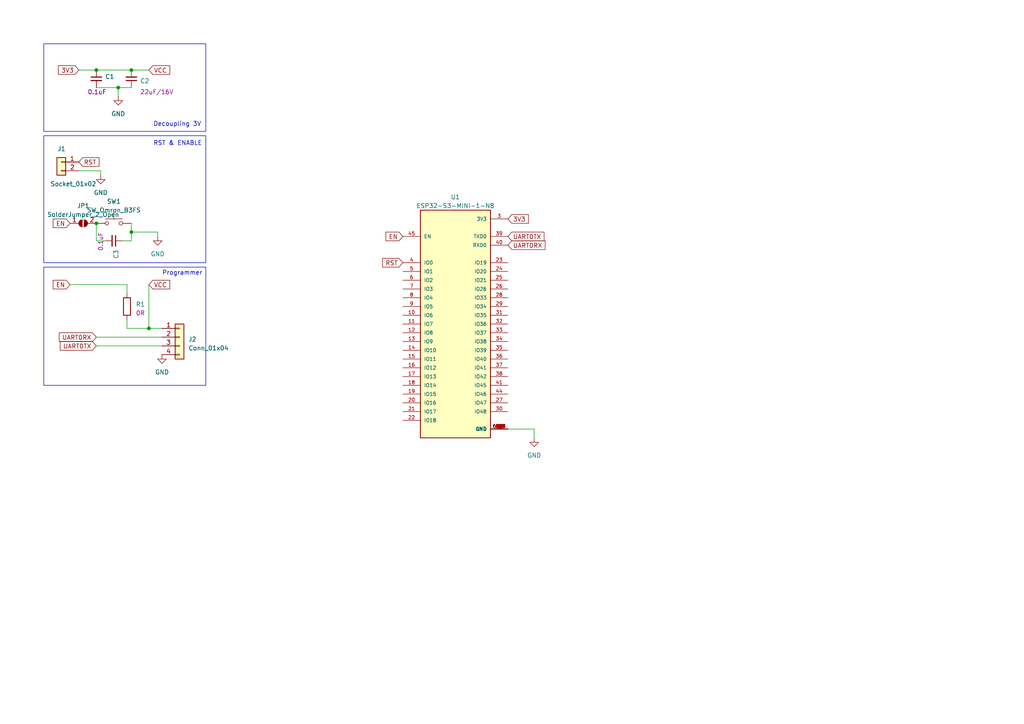
<source format=kicad_sch>
(kicad_sch (version 20230121) (generator eeschema)
  (paper "A4")
  (lib_symbols
    (symbol "ESP32-S3-MINI-1-N8:ESP32-S3-MINI-1-N8" (pin_names (offset 1.016))
      (property "Reference" "U" (at -10.16 34.29 0))
      (property "Value" "ESP32-S3-MINI-1-N8" (at -10.16 -35.56 0))
      (symbol "ESP32-S3-MINI-1-N8_0_0"
        (rectangle (start -10.16 -33.02) (end 10.16 33.02) (stroke (width 0.254)) (fill (type background)))
        (pin power_in line (at 15.24 -30.48 180) (length 5.08) (name "GND") (number "1"))
        (pin bidirectional line (at -15.24 2.54 0) (length 5.08) (name "IO6") (number "10"))
        (pin bidirectional line (at -15.24 0 0) (length 5.08) (name "IO7") (number "11"))
        (pin bidirectional line (at -15.24 -2.54 0) (length 5.08) (name "IO8") (number "12"))
        (pin bidirectional line (at -15.24 -5.08 0) (length 5.08) (name "IO9") (number "13"))
        (pin bidirectional line (at -15.24 -7.62 0) (length 5.08) (name "IO10") (number "14"))
        (pin bidirectional line (at -15.24 -10.16 0) (length 5.08) (name "IO11") (number "15"))
        (pin bidirectional line (at -15.24 -12.7 0) (length 5.08) (name "IO12") (number "16"))
        (pin bidirectional line (at -15.24 -15.24 0) (length 5.08) (name "IO13") (number "17"))
        (pin bidirectional line (at -15.24 -17.78 0) (length 5.08) (name "IO14") (number "18"))
        (pin bidirectional line (at -15.24 -20.32 0) (length 5.08) (name "IO15") (number "19"))
        (pin power_in line (at 15.24 -30.48 180) (length 5.08) (name "GND") (number "2"))
        (pin bidirectional line (at -15.24 -22.86 0) (length 5.08) (name "IO16") (number "20"))
        (pin bidirectional line (at -15.24 -25.4 0) (length 5.08) (name "IO17") (number "21"))
        (pin bidirectional line (at -15.24 -27.94 0) (length 5.08) (name "IO18") (number "22"))
        (pin bidirectional line (at 15.24 17.78 180) (length 5.08) (name "IO19") (number "23"))
        (pin bidirectional line (at 15.24 15.24 180) (length 5.08) (name "IO20") (number "24"))
        (pin bidirectional line (at 15.24 12.7 180) (length 5.08) (name "IO21") (number "25"))
        (pin bidirectional line (at 15.24 10.16 180) (length 5.08) (name "IO26") (number "26"))
        (pin bidirectional line (at 15.24 -22.86 180) (length 5.08) (name "IO47") (number "27"))
        (pin bidirectional line (at 15.24 7.62 180) (length 5.08) (name "IO33") (number "28"))
        (pin bidirectional line (at 15.24 5.08 180) (length 5.08) (name "IO34") (number "29"))
        (pin power_in line (at 15.24 30.48 180) (length 5.08) (name "3V3") (number "3"))
        (pin bidirectional line (at 15.24 -25.4 180) (length 5.08) (name "IO48") (number "30"))
        (pin bidirectional line (at 15.24 2.54 180) (length 5.08) (name "IO35") (number "31"))
        (pin bidirectional line (at 15.24 0 180) (length 5.08) (name "IO36") (number "32"))
        (pin bidirectional line (at 15.24 -2.54 180) (length 5.08) (name "IO37") (number "33"))
        (pin bidirectional line (at 15.24 -5.08 180) (length 5.08) (name "IO38") (number "34"))
        (pin bidirectional line (at 15.24 -7.62 180) (length 5.08) (name "IO39") (number "35"))
        (pin bidirectional line (at 15.24 -10.16 180) (length 5.08) (name "IO40") (number "36"))
        (pin bidirectional line (at 15.24 -12.7 180) (length 5.08) (name "IO41") (number "37"))
        (pin bidirectional line (at 15.24 -15.24 180) (length 5.08) (name "IO42") (number "38"))
        (pin bidirectional line (at 15.24 25.4 180) (length 5.08) (name "TXD0") (number "39"))
        (pin bidirectional line (at -15.24 17.78 0) (length 5.08) (name "IO0") (number "4"))
        (pin bidirectional line (at 15.24 22.86 180) (length 5.08) (name "RXD0") (number "40"))
        (pin bidirectional line (at 15.24 -17.78 180) (length 5.08) (name "IO45") (number "41"))
        (pin power_in line (at 15.24 -30.48 180) (length 5.08) (name "GND") (number "42"))
        (pin power_in line (at 15.24 -30.48 180) (length 5.08) (name "GND") (number "43"))
        (pin bidirectional line (at 15.24 -20.32 180) (length 5.08) (name "IO46") (number "44"))
        (pin input line (at -15.24 25.4 0) (length 5.08) (name "EN") (number "45"))
        (pin power_in line (at 15.24 -30.48 180) (length 5.08) (name "GND") (number "46"))
        (pin power_in line (at 15.24 -30.48 180) (length 5.08) (name "GND") (number "47"))
        (pin power_in line (at 15.24 -30.48 180) (length 5.08) (name "GND") (number "48"))
        (pin power_in line (at 15.24 -30.48 180) (length 5.08) (name "GND") (number "49"))
        (pin bidirectional line (at -15.24 15.24 0) (length 5.08) (name "IO1") (number "5"))
        (pin power_in line (at 15.24 -30.48 180) (length 5.08) (name "GND") (number "50"))
        (pin power_in line (at 15.24 -30.48 180) (length 5.08) (name "GND") (number "51"))
        (pin power_in line (at 15.24 -30.48 180) (length 5.08) (name "GND") (number "52"))
        (pin power_in line (at 15.24 -30.48 180) (length 5.08) (name "GND") (number "53"))
        (pin power_in line (at 15.24 -30.48 180) (length 5.08) (name "GND") (number "54"))
        (pin power_in line (at 15.24 -30.48 180) (length 5.08) (name "GND") (number "55"))
        (pin power_in line (at 15.24 -30.48 180) (length 5.08) (name "GND") (number "56"))
        (pin power_in line (at 15.24 -30.48 180) (length 5.08) (name "GND") (number "57"))
        (pin power_in line (at 15.24 -30.48 180) (length 5.08) (name "GND") (number "58"))
        (pin power_in line (at 15.24 -30.48 180) (length 5.08) (name "GND") (number "59"))
        (pin bidirectional line (at -15.24 12.7 0) (length 5.08) (name "IO2") (number "6"))
        (pin power_in line (at 15.24 -30.48 180) (length 5.08) (name "GND") (number "60"))
        (pin power_in line (at 15.24 -30.48 180) (length 5.08) (name "GND") (number "61"))
        (pin power_in line (at 15.24 -30.48 180) (length 5.08) (name "GND") (number "61_1"))
        (pin power_in line (at 15.24 -30.48 180) (length 5.08) (name "GND") (number "61_2"))
        (pin power_in line (at 15.24 -30.48 180) (length 5.08) (name "GND") (number "61_3"))
        (pin power_in line (at 15.24 -30.48 180) (length 5.08) (name "GND") (number "61_4"))
        (pin power_in line (at 15.24 -30.48 180) (length 5.08) (name "GND") (number "61_5"))
        (pin power_in line (at 15.24 -30.48 180) (length 5.08) (name "GND") (number "61_6"))
        (pin power_in line (at 15.24 -30.48 180) (length 5.08) (name "GND") (number "61_7"))
        (pin power_in line (at 15.24 -30.48 180) (length 5.08) (name "GND") (number "61_8"))
        (pin power_in line (at 15.24 -30.48 180) (length 5.08) (name "GND") (number "62"))
        (pin power_in line (at 15.24 -30.48 180) (length 5.08) (name "GND") (number "63"))
        (pin power_in line (at 15.24 -30.48 180) (length 5.08) (name "GND") (number "64"))
        (pin power_in line (at 15.24 -30.48 180) (length 5.08) (name "GND") (number "65"))
        (pin bidirectional line (at -15.24 10.16 0) (length 5.08) (name "IO3") (number "7"))
        (pin bidirectional line (at -15.24 7.62 0) (length 5.08) (name "IO4") (number "8"))
        (pin bidirectional line (at -15.24 5.08 0) (length 5.08) (name "IO5") (number "9"))
      )
    )
    (symbol "Jumper:SolderJumper_2_Open" (pin_names (offset 0) hide)
      (property "Reference" "JP" (at 0 2.032 0))
      (property "Value" "SolderJumper_2_Open" (at 0 -2.54 0))
      (symbol "SolderJumper_2_Open_0_1"
        (arc (start -0.254 1.016) (mid -1.2656 0) (end -0.254 -1.016))
        (arc (start -0.254 1.016) (mid -1.2656 0) (end -0.254 -1.016) (fill (type outline)))
        (polyline (pts (xy -0.254 1.016) (xy -0.254 -1.016)))
        (polyline (pts (xy 0.254 1.016) (xy 0.254 -1.016)))
        (arc (start 0.254 -1.016) (mid 1.2656 0) (end 0.254 1.016))
        (arc (start 0.254 -1.016) (mid 1.2656 0) (end 0.254 1.016) (fill (type outline)))
      )
      (symbol "SolderJumper_2_Open_1_1"
        (pin passive line (at -3.81 0 0) (length 2.54) (name "A") (number "1"))
        (pin passive line (at 3.81 0 180) (length 2.54) (name "B") (number "2"))
      )
    )
    (symbol "PCM_4ms_Capacitor:0.1uF_0603_16V" (pin_numbers hide) (pin_names (offset 0.254) hide)
      (property "Reference" "C" (at 1.905 1.27 0))
      (property "Display" "0.1uF" (at 1.905 -1.27 0))
      (symbol "0.1uF_0603_16V_0_1"
        (polyline (pts (xy -1.524 -0.508) (xy 1.524 -0.508)) (stroke (width 0.3302)))
        (polyline (pts (xy -1.524 0.508) (xy 1.524 0.508)) (stroke (width 0.3048)))
      )
      (symbol "0.1uF_0603_16V_1_1"
        (pin passive line (at 0 2.54 270) (length 2.032) (name "~") (number "1"))
        (pin passive line (at 0 -2.54 90) (length 2.032) (name "~") (number "2"))
      )
    )
    (symbol "PCM_4ms_Capacitor:22uF_0603_16V" (pin_numbers hide) (pin_names (offset 0.254) hide)
      (property "Reference" "C" (at 1.905 1.27 0))
      (property "Display" "22uF/16V" (at 1.905 -1.27 0))
      (symbol "22uF_0603_16V_0_1"
        (polyline (pts (xy -1.524 -0.508) (xy 1.524 -0.508)) (stroke (width 0.3302)))
        (polyline (pts (xy -1.524 0.508) (xy 1.524 0.508)) (stroke (width 0.3048)))
      )
      (symbol "22uF_0603_16V_1_1"
        (pin passive line (at 0 2.54 270) (length 2.032) (name "~") (number "1"))
        (pin passive line (at 0 -2.54 90) (length 2.032) (name "~") (number "2"))
      )
    )
    (symbol "PCM_4ms_Connector:Conn_01x04" (pin_names (offset 1.016) hide)
      (property "Reference" "J" (at 0 5.08 0))
      (property "Value" "Conn_01x04" (at 0 -7.62 0))
      (symbol "Conn_01x04_1_1"
        (rectangle (start -1.27 -4.953) (end 0 -5.207) (stroke (width 0.1524)))
        (rectangle (start -1.27 -2.413) (end 0 -2.667) (stroke (width 0.1524)))
        (rectangle (start -1.27 0.127) (end 0 -0.127) (stroke (width 0.1524)))
        (rectangle (start -1.27 2.667) (end 0 2.413) (stroke (width 0.1524)))
        (rectangle (start -1.27 3.81) (end 1.27 -6.35) (stroke (width 0.254)) (fill (type background)))
        (pin passive line (at -5.08 2.54 0) (length 3.81) (name "Pin_1") (number "1"))
        (pin passive line (at -5.08 0 0) (length 3.81) (name "Pin_2") (number "2"))
        (pin passive line (at -5.08 -2.54 0) (length 3.81) (name "Pin_3") (number "3"))
        (pin passive line (at -5.08 -5.08 0) (length 3.81) (name "Pin_4") (number "4"))
      )
    )
    (symbol "PCM_4ms_Connector:Socket_01x02" (pin_names (offset 1.016) hide)
      (property "Reference" "J" (at 0 2.54 0))
      (property "Value" "Socket_01x02" (at 0 -5.08 0))
      (symbol "Socket_01x02_1_1"
        (rectangle (start -1.27 -2.413) (end 0 -2.667) (stroke (width 0.1524)))
        (rectangle (start -1.27 0.127) (end 0 -0.127) (stroke (width 0.1524)))
        (rectangle (start -1.27 1.27) (end 1.27 -3.81) (stroke (width 0.254)) (fill (type background)))
        (pin passive line (at -5.08 0 0) (length 3.81) (name "Pin_1") (number "1"))
        (pin passive line (at -5.08 -2.54 0) (length 3.81) (name "Pin_2") (number "2"))
      )
    )
    (symbol "PCM_4ms_Power-symbol:GND" (power) (pin_names (offset 0))
      (property "Value" "GND" (at 0 -3.81 0))
      (symbol "GND_0_1"
        (polyline (pts (xy 0 0) (xy 0 -1.27) (xy 1.27 -1.27) (xy 0 -2.54) (xy -1.27 -1.27) (xy 0 -1.27)))
      )
      (symbol "GND_1_1"
        (pin power_in line (at 0 0 270) (length 0) hide (name "GND") (number "1"))
      )
    )
    (symbol "PCM_4ms_Resistor:0R_0603" (pin_numbers hide) (pin_names (offset 0))
      (property "Reference" "R" (at 2.032 0 90))
      (property "Display" "0R" (at 3.81 0 90))
      (symbol "0R_0603_0_1"
        (rectangle (start -1.016 -2.54) (end 1.016 2.54) (stroke (width 0.254)))
      )
      (symbol "0R_0603_1_1"
        (pin passive line (at 0 3.81 270) (length 1.27) (name "~") (number "1"))
        (pin passive line (at 0 -3.81 90) (length 1.27) (name "~") (number "2"))
      )
    )
    (symbol "Switch:SW_Omron_B3FS" (pin_numbers hide) (pin_names (offset 1.016) hide)
      (property "Reference" "SW" (at 1.27 2.54 0))
      (property "Value" "SW_Omron_B3FS" (at 0 -1.524 0))
      (symbol "SW_Omron_B3FS_0_1"
        (circle (center -2.032 0) (radius 0.508))
        (polyline (pts (xy 0 1.27) (xy 0 3.048)))
        (polyline (pts (xy 2.54 1.27) (xy -2.54 1.27)))
        (circle (center 2.032 0) (radius 0.508))
        (pin passive line (at -5.08 0 0) (length 2.54) (name "1") (number "1"))
        (pin passive line (at 5.08 0 180) (length 2.54) (name "2") (number "2"))
      )
    )
  )
  (junction (at 43.18 95.25))
  (junction (at 38.1 67.31))
  (junction (at 27.94 20.32))
  (junction (at 34.29 25.4))
  (junction (at 27.94 64.77))
  (junction (at 38.1 20.32))
  (wire (pts (xy 20.32 82.55) (xy 36.83 82.55)))
  (wire (pts (xy 45.72 67.31) (xy 38.1 67.31)))
  (wire (pts (xy 34.29 25.4) (xy 38.1 25.4)))
  (wire (pts (xy 27.94 64.77) (xy 27.94 69.85)))
  (wire (pts (xy 43.18 82.55) (xy 43.18 95.25)))
  (wire (pts (xy 154.94 124.46) (xy 154.94 127)))
  (wire (pts (xy 147.32 124.46) (xy 154.94 124.46)))
  (wire (pts (xy 29.21 49.53) (xy 29.21 50.8)))
  (wire (pts (xy 45.72 68.58) (xy 45.72 67.31)))
  (wire (pts (xy 22.86 20.32) (xy 27.94 20.32)))
  (wire (pts (xy 43.18 20.32) (xy 38.1 20.32)))
  (wire (pts (xy 38.1 64.77) (xy 38.1 67.31)))
  (wire (pts (xy 36.83 92.71) (xy 36.83 95.25)))
  (wire (pts (xy 27.94 97.79) (xy 46.99 97.79)))
  (wire (pts (xy 27.94 25.4) (xy 34.29 25.4)))
  (wire (pts (xy 27.94 69.85) (xy 30.48 69.85)))
  (wire (pts (xy 43.18 95.25) (xy 46.99 95.25)))
  (wire (pts (xy 27.94 20.32) (xy 38.1 20.32)))
  (wire (pts (xy 38.1 69.85) (xy 35.56 69.85)))
  (wire (pts (xy 27.94 100.33) (xy 46.99 100.33)))
  (wire (pts (xy 38.1 67.31) (xy 38.1 69.85)))
  (wire (pts (xy 36.83 82.55) (xy 36.83 85.09)))
  (wire (pts (xy 36.83 95.25) (xy 43.18 95.25)))
  (wire (pts (xy 34.29 25.4) (xy 34.29 27.94)))
  (wire (pts (xy 22.86 49.53) (xy 29.21 49.53)))
  (rectangle (start 12.7 39.37) (end 59.69 76.2))
  (rectangle (start 12.7 12.7) (end 59.69 38.1))
  (rectangle (start 12.7 77.47) (end 59.69 111.76))
  (text "Decoupling 3V\n" (at 44.45 36.83 0) (effects (font (size 1.27 1.27)) (justify left bottom)))
  (text "Programmer\n" (at 46.99 80.01 0) (effects (font (size 1.27 1.27)) (justify left bottom)))
  (text "RST & ENABLE\n " (at 44.45 44.45 0) (effects (font (size 1.27 1.27)) (justify left bottom)))
  (global_label "UART0TX" (shape input) (at 147.32 68.58 0) (property "Intersheetrefs" "${INTERSHEET_REFS}" (effects hide)))
  (global_label "UART0RX" (shape input) (at 147.32 71.12 0) (property "Intersheetrefs" "${INTERSHEET_REFS}" (effects hide)))
  (global_label "EN" (shape input) (at 20.32 64.77 180) (property "Intersheetrefs" "${INTERSHEET_REFS}" (effects hide)))
  (global_label "UART0RX" (shape input) (at 27.94 97.79 180) (property "Intersheetrefs" "${INTERSHEET_REFS}" (effects hide)))
  (global_label "3V3" (shape input) (at 147.32 63.5 0) (property "Intersheetrefs" "${INTERSHEET_REFS}" (effects hide)))
  (global_label "RST" (shape input) (at 22.86 46.99 0) (property "Intersheetrefs" "${INTERSHEET_REFS}" (effects hide)))
  (global_label "EN" (shape input) (at 116.84 68.58 180) (property "Intersheetrefs" "${INTERSHEET_REFS}" (effects hide)))
  (global_label "VCC" (shape input) (at 43.18 20.32 0) (property "Intersheetrefs" "${INTERSHEET_REFS}" (effects hide)))
  (global_label "EN" (shape input) (at 20.32 82.55 180) (property "Intersheetrefs" "${INTERSHEET_REFS}" (effects hide)))
  (global_label "VCC" (shape input) (at 43.18 82.55 0) (property "Intersheetrefs" "${INTERSHEET_REFS}" (effects hide)))
  (global_label "RST" (shape input) (at 116.84 76.2 180) (property "Intersheetrefs" "${INTERSHEET_REFS}" (effects hide)))
  (global_label "3V3" (shape input) (at 22.86 20.32 180) (property "Intersheetrefs" "${INTERSHEET_REFS}" (effects hide)))
  (global_label "UART0TX" (shape input) (at 27.94 100.33 180) (property "Intersheetrefs" "${INTERSHEET_REFS}" (effects hide)))
  (symbol (lib_id "PCM_4ms_Connector:Socket_01x02") (at 17.78 46.99 0) (mirror y) (unit 1)
    (property "Reference" "J1" (at 19.05 43.18 0) (effects (justify left)))
    (property "Value" "Socket_01x02" (at 27.94 53.34 0) (effects (justify left)))
    (property "Footprint" "PCM_Jumper_AKL:Jumper_P2.54mm_D0.7mm" (effects hide))
    (property "Specifications" "Socket Header, 1*2, spacing 2.54mm, Vertical" (effects hide))
    (property "Manufacturer" "?" (effects hide))
    (property "Part Number" "?" (effects hide))
  )
  (symbol (lib_id "PCM_4ms_Power-symbol:GND") (at 29.21 50.8 0) (unit 1)
    (property "Reference" "#PWR03" (effects hide))
    (property "Value" "GND" (at 29.21 55.88 0))
  )
  (symbol (lib_id "Switch:SW_Omron_B3FS") (at 33.02 64.77 0) (unit 1)
    (property "Reference" "SW1" (at 33.02 58.42 0))
    (property "Value" "SW_Omron_B3FS" (at 33.02 60.96 0))
    (property "Footprint" "Button_Switch_SMD:SW_Tactile_SPST_NO_Straight_CK_PTS636Sx25SMTRLFS" (effects hide))
    (property "Datasheet" "https://omronfs.omron.com/en_US/ecb/products/pdf/en-b3fs.pdf" (effects hide))
  )
  (symbol (lib_id "PCM_4ms_Power-symbol:GND") (at 34.29 27.94 0) (unit 1)
    (property "Reference" "#PWR02" (effects hide))
    (property "Value" "GND" (at 34.29 33.02 0))
  )
  (symbol (lib_id "PCM_4ms_Resistor:0R_0603") (at 36.83 88.9 0) (unit 1)
    (property "Reference" "R1" (at 39.37 88.265 0) (effects (justify left)))
    (property "Value" "0R_0603" (effects hide))
    (property "Footprint" "PCM_4ms_Resistor:R_0603" (effects hide))
    (property "Specifications" "0R, 1%, 1/10W, 0603" (effects hide))
    (property "Manufacturer" "Yageo" (effects hide))
    (property "Part Number" "RC0603FR-100RL" (effects hide))
    (property "Display" "0R" (at 39.37 90.805 0) (effects (justify left)))
    (property "JLCPCB ID" "C21189" (effects hide))
  )
  (symbol (lib_id "PCM_4ms_Capacitor:0.1uF_0603_16V") (at 27.94 22.86 0) (unit 1)
    (property "Reference" "C1" (at 30.48 22.2313 0) (effects (justify left)))
    (property "Value" "0.1uF_0603_16V" (effects hide))
    (property "Footprint" "PCM_Capacitor_SMD_AKL:C_0603_1608Metric_Pad1.08x0.95mm" (effects hide))
    (property "Specifications" "0.1uF, Min. 16V 10%, X7R or X5R or similar" (effects hide))
    (property "Manufacturer" "AVX Corporation" (effects hide))
    (property "Part Number" "0603YC104KAT2A" (effects hide))
    (property "Display" "0.1uF" (at 25.4 26.67 0) (effects (justify left)))
    (property "JLCPCB ID" "C14663" (effects hide))
  )
  (symbol (lib_id "PCM_4ms_Power-symbol:GND") (at 46.99 102.87 0) (unit 1)
    (property "Reference" "#PWR05" (effects hide))
    (property "Value" "GND" (at 46.99 107.95 0))
  )
  (symbol (lib_id "PCM_4ms_Power-symbol:GND") (at 45.72 68.58 0) (unit 1)
    (property "Reference" "#PWR04" (effects hide))
    (property "Value" "GND" (at 45.72 73.66 0))
  )
  (symbol (lib_id "PCM_4ms_Capacitor:22uF_0603_16V") (at 38.1 22.86 0) (mirror x) (unit 1)
    (property "Reference" "C2" (at 40.64 23.4887 0) (effects (justify left)))
    (property "Value" "22uF_0603_16V" (effects hide))
    (property "Footprint" "PCM_Capacitor_SMD_AKL:C_0603_1608Metric_Pad1.08x0.95mm" (effects hide))
    (property "Specifications" "22uF, 16V,10%,X5R or X7R,0603" (effects hide))
    (property "Manufacturer" "Murata" (effects hide))
    (property "Part Number" "GRM219R61C226ME15K" (effects hide))
    (property "Display" "22uF/16V" (at 40.64 26.67 0) (effects (justify left)))
  )
  (symbol (lib_id "ESP32-S3-MINI-1-N8:ESP32-S3-MINI-1-N8") (at 132.08 93.98 0) (unit 1)
    (property "Reference" "U1" (at 132.08 57.15 0))
    (property "Value" "ESP32-S3-MINI-1-N8" (at 132.08 59.69 0))
    (property "Footprint" "XCVR_ESP32-S3-MINI-1-N8" (effects hide))
    (property "PARTREV" "v0.6" (effects hide))
    (property "STANDARD" "Manufacturer Recommendations" (effects hide))
    (property "MAXIMUM_PACKAGE_HEIGHT" "2.55mm" (effects hide))
    (property "MANUFACTURER" "Espressif" (effects hide))
  )
  (symbol (lib_id "PCM_4ms_Power-symbol:GND") (at 154.94 127 0) (unit 1)
    (property "Reference" "#PWR01" (effects hide))
    (property "Value" "GND" (at 154.94 132.08 0))
  )
  (symbol (lib_id "PCM_4ms_Capacitor:0.1uF_0603_16V") (at 33.02 69.85 270) (unit 1)
    (property "Reference" "C3" (at 33.6487 72.39 0) (effects (justify left)))
    (property "Value" "0.1uF_0603_16V" (effects hide))
    (property "Footprint" "PCM_Capacitor_SMD_AKL:C_0603_1608Metric_Pad1.08x0.95mm" (effects hide))
    (property "Specifications" "0.1uF, Min. 16V 10%, X7R or X5R or similar" (effects hide))
    (property "Manufacturer" "AVX Corporation" (effects hide))
    (property "Part Number" "0603YC104KAT2A" (effects hide))
    (property "Display" "0.1uF" (at 29.21 67.31 0) (effects (justify left)))
    (property "JLCPCB ID" "C14663" (effects hide))
  )
  (symbol (lib_id "Jumper:SolderJumper_2_Open") (at 24.13 64.77 0) (unit 1)
    (property "Reference" "JP1" (at 24.13 59.69 0))
    (property "Value" "SolderJumper_2_Open" (at 24.13 62.23 0))
    (property "Footprint" "Jumper:SolderJumper-2_P1.3mm_Open_TrianglePad1.0x1.5mm" (effects hide))
  )
  (symbol (lib_id "PCM_4ms_Connector:Conn_01x04") (at 52.07 97.79 0) (unit 1)
    (property "Reference" "J2" (at 54.61 98.425 0) (effects (justify left)))
    (property "Value" "Conn_01x04" (at 54.61 100.965 0) (effects (justify left)))
    (property "Footprint" "Connector_PinHeader_2.54mm:PinHeader_1x04_P2.54mm_Vertical" (effects hide))
    (property "Specifications" "HEADER 1x4 MALE PINS 0.100” 180deg" (effects hide))
    (property "Manufacturer" "TAD" (effects hide))
    (property "Part Number" "1-0401FBV0T" (effects hide))
  )
)
</source>
